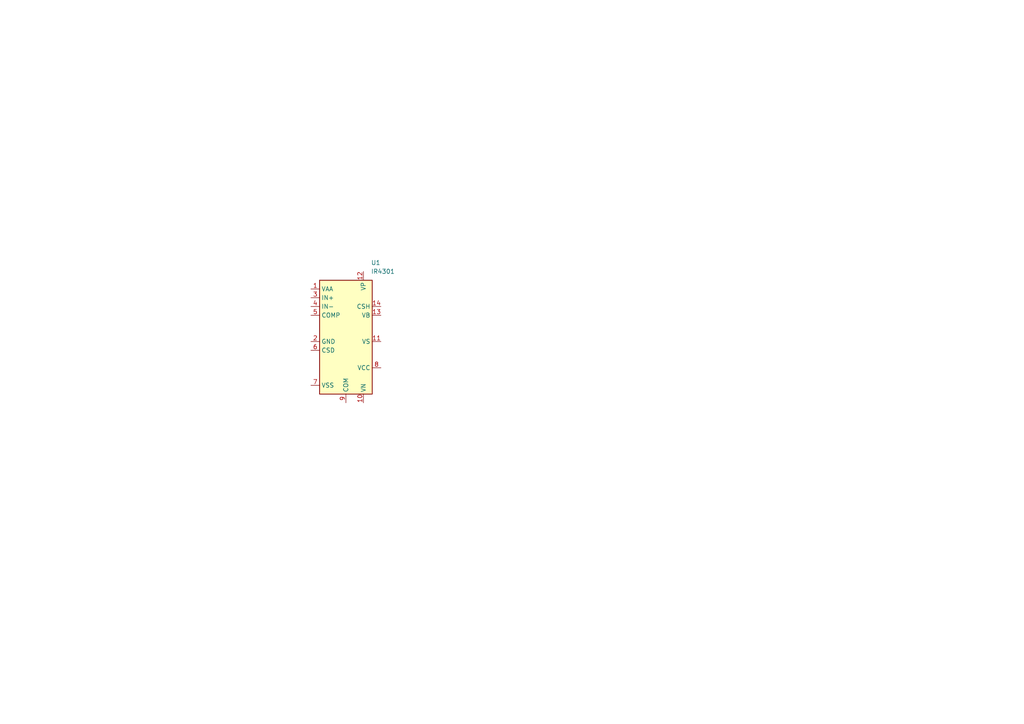
<source format=kicad_sch>
(kicad_sch (version 20231120) (generator "eeschema") (generator_version "8.0")
  (paper "A4")
  (lib_symbols
    (symbol "Amplifier_Audio:IR4301"
      (property "Reference" "U" (at -7.62 20.955 0))
      (property "Value" "IR4301" (at -7.62 19.05 0))
      (symbol "IR4301_0_1"
        (rectangle (start -7.62 -15.24) (end 7.62 17.78) (stroke (width 0.254)) (fill (type background)))
      )
      (symbol "IR4301_1_1"
        (pin power_in line (at -10.16 15.24 0) (length 2.54) (name "VAA") (number "1"))
        (pin power_in line (at 5.08 -17.78 90) (length 2.54) (name "VN") (number "10"))
        (pin output line (at 10.16 0 180) (length 2.54) (name "VS") (number "11"))
        (pin power_in line (at 5.08 20.32 270) (length 2.54) (name "VP") (number "12"))
        (pin power_in line (at 10.16 7.62 180) (length 2.54) (name "VB") (number "13"))
        (pin passive line (at 10.16 10.16 180) (length 2.54) (name "CSH") (number "14"))
        (pin passive line (at 0 -17.78 90) (length 2.54) hide (name "COM") (number "15"))
        (pin power_in line (at -10.16 0 0) (length 2.54) (name "GND") (number "2"))
        (pin input line (at -10.16 12.7 0) (length 2.54) (name "IN+") (number "3"))
        (pin input line (at -10.16 10.16 0) (length 2.54) (name "IN-") (number "4"))
        (pin output line (at -10.16 7.62 0) (length 2.54) (name "COMP") (number "5"))
        (pin passive line (at -10.16 -2.54 0) (length 2.54) (name "CSD") (number "6"))
        (pin power_in line (at -10.16 -12.7 0) (length 2.54) (name "VSS") (number "7"))
        (pin power_in line (at 10.16 -7.62 180) (length 2.54) (name "VCC") (number "8"))
        (pin power_in line (at 0 -17.78 90) (length 2.54) (name "COM") (number "9"))
      )
    )
  )
  (symbol (lib_id "Amplifier_Audio:IR4301") (at 100.33 99.06 0) (unit 1)
    (property "Reference" "U1" (at 107.6041 76.2 0) (effects (justify left)))
    (property "Value" "IR4301" (at 107.6041 78.74 0) (effects (justify left)))
    (property "Footprint" "Package_DFN_QFN:Infineon_PQFN-22-15-4EP_6x5mm_P0.65mm" (effects (hide yes)))
    (property "Datasheet" "https://www.infineon.com/dgdl/ir4301.pdf?fileId=5546d462533600a4015355d5fc691819" (effects (hide yes)))
    (property "Description" "PowIRaudio Integrated Analog Input Class D Audio Amplifier, 160W/4ohm, 80V, PQFN-22" (effects (hide yes)))
  )
)
</source>
